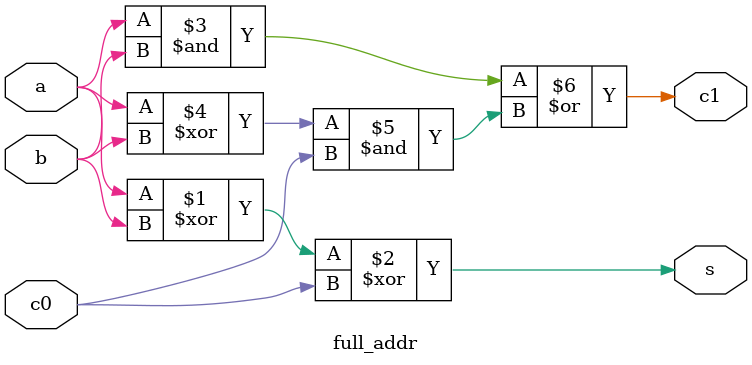
<source format=v>
`timescale 1ns / 1ps


module full_addr(
    input a,
    input b,
    input c0,
    output s,
    output c1
    );
    
    assign s = (a ^ b) ^ c0;
    assign c1 = (a & b) | ((a ^ b) & c0);
endmodule

</source>
